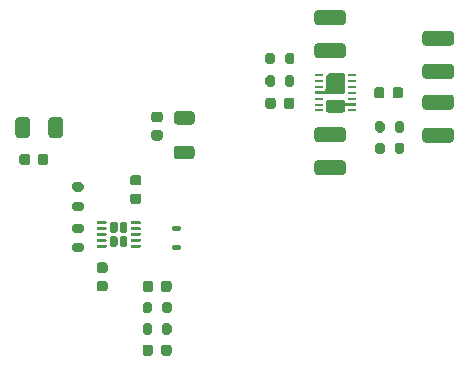
<source format=gbr>
G04 #@! TF.GenerationSoftware,KiCad,Pcbnew,(5.1.9)-1*
G04 #@! TF.CreationDate,2021-03-04T00:04:56+01:00*
G04 #@! TF.ProjectId,PDH_photodiode,5044485f-7068-46f7-946f-64696f64652e,1.1*
G04 #@! TF.SameCoordinates,Original*
G04 #@! TF.FileFunction,Paste,Top*
G04 #@! TF.FilePolarity,Positive*
%FSLAX45Y45*%
G04 Gerber Fmt 4.5, Leading zero omitted, Abs format (unit mm)*
G04 Created by KiCad (PCBNEW (5.1.9)-1) date 2021-03-04 00:04:56*
%MOMM*%
%LPD*%
G01*
G04 APERTURE LIST*
%ADD10C,0.100000*%
%ADD11R,0.700000X0.250000*%
G04 APERTURE END LIST*
D10*
G36*
X13932500Y-6557030D02*
G01*
X13933727Y-6557030D01*
X13936168Y-6557271D01*
X13938574Y-6557749D01*
X13940922Y-6558461D01*
X13943189Y-6559400D01*
X13945353Y-6560557D01*
X13947392Y-6561920D01*
X13949289Y-6563476D01*
X13951024Y-6565211D01*
X13952580Y-6567107D01*
X13953943Y-6569147D01*
X13955100Y-6571311D01*
X13956039Y-6573578D01*
X13956751Y-6575925D01*
X13957229Y-6578332D01*
X13957470Y-6580773D01*
X13957470Y-6582000D01*
X13957500Y-6582000D01*
X13957500Y-6710000D01*
X13957470Y-6710000D01*
X13957470Y-6711227D01*
X13957229Y-6713668D01*
X13956751Y-6716074D01*
X13956039Y-6718422D01*
X13955100Y-6720689D01*
X13953943Y-6722853D01*
X13952580Y-6724892D01*
X13951024Y-6726789D01*
X13949289Y-6728524D01*
X13947392Y-6730080D01*
X13945353Y-6731443D01*
X13943189Y-6732600D01*
X13940922Y-6733539D01*
X13938574Y-6734251D01*
X13936168Y-6734729D01*
X13933727Y-6734970D01*
X13932500Y-6734970D01*
X13932500Y-6735000D01*
X13797000Y-6735000D01*
X13787000Y-6737500D01*
X13700000Y-6737500D01*
X13700000Y-6712500D01*
X13767450Y-6712500D01*
X13767451Y-6712490D01*
X13767454Y-6712481D01*
X13767458Y-6712472D01*
X13767465Y-6712465D01*
X13767472Y-6712458D01*
X13767481Y-6712454D01*
X13767495Y-6712450D01*
X13772490Y-6711951D01*
X13777280Y-6710454D01*
X13781472Y-6708158D01*
X13785264Y-6705065D01*
X13788358Y-6701173D01*
X13790554Y-6697081D01*
X13791951Y-6692390D01*
X13792450Y-6687495D01*
X13792452Y-6687485D01*
X13792456Y-6687476D01*
X13792461Y-6687468D01*
X13792468Y-6687461D01*
X13792477Y-6687456D01*
X13792486Y-6687452D01*
X13792495Y-6687450D01*
X13792500Y-6687450D01*
X13792500Y-6582000D01*
X13817500Y-6557000D01*
X13932500Y-6557000D01*
X13932500Y-6557030D01*
G37*
G36*
X13932500Y-6786030D02*
G01*
X13933727Y-6786030D01*
X13936168Y-6786271D01*
X13938574Y-6786749D01*
X13940922Y-6787461D01*
X13943189Y-6788400D01*
X13945353Y-6789557D01*
X13947392Y-6790920D01*
X13949289Y-6792476D01*
X13951024Y-6794211D01*
X13952580Y-6796107D01*
X13953943Y-6798147D01*
X13955100Y-6800311D01*
X13956039Y-6802578D01*
X13956751Y-6804925D01*
X13957229Y-6807332D01*
X13957470Y-6809773D01*
X13957470Y-6811000D01*
X13957500Y-6811000D01*
X13957500Y-6812500D01*
X14050000Y-6812500D01*
X14050000Y-6837500D01*
X13957500Y-6837500D01*
X13957500Y-6868000D01*
X13957470Y-6868000D01*
X13957470Y-6869227D01*
X13957229Y-6871668D01*
X13956751Y-6874074D01*
X13956039Y-6876422D01*
X13955100Y-6878689D01*
X13953943Y-6880853D01*
X13952580Y-6882892D01*
X13951024Y-6884789D01*
X13949289Y-6886524D01*
X13947392Y-6888080D01*
X13945353Y-6889443D01*
X13943189Y-6890600D01*
X13940922Y-6891539D01*
X13938574Y-6892251D01*
X13936168Y-6892729D01*
X13933727Y-6892970D01*
X13932500Y-6892970D01*
X13932500Y-6893000D01*
X13817500Y-6893000D01*
X13817500Y-6892970D01*
X13816273Y-6892970D01*
X13813832Y-6892729D01*
X13811425Y-6892251D01*
X13809078Y-6891539D01*
X13806811Y-6890600D01*
X13804647Y-6889443D01*
X13802607Y-6888080D01*
X13800711Y-6886524D01*
X13798976Y-6884789D01*
X13797420Y-6882892D01*
X13796057Y-6880853D01*
X13794900Y-6878689D01*
X13793961Y-6876422D01*
X13793249Y-6874074D01*
X13792771Y-6871668D01*
X13792530Y-6869227D01*
X13792530Y-6868000D01*
X13792500Y-6868000D01*
X13792500Y-6811000D01*
X13792530Y-6811000D01*
X13792530Y-6809773D01*
X13792771Y-6807332D01*
X13793249Y-6804925D01*
X13793961Y-6802578D01*
X13794900Y-6800311D01*
X13796057Y-6798147D01*
X13797420Y-6796107D01*
X13798976Y-6794211D01*
X13800711Y-6792476D01*
X13802607Y-6790920D01*
X13804647Y-6789557D01*
X13806811Y-6788400D01*
X13809078Y-6787461D01*
X13811425Y-6786749D01*
X13813832Y-6786271D01*
X13816273Y-6786030D01*
X13817500Y-6786030D01*
X13817500Y-6786000D01*
X13932500Y-6786000D01*
X13932500Y-6786030D01*
G37*
D11*
X13735000Y-6575000D03*
X13735000Y-6625000D03*
X13735000Y-6675000D03*
X13735000Y-6775000D03*
X13735000Y-6825000D03*
X13735000Y-6875000D03*
X14015000Y-6875000D03*
X14015000Y-6775000D03*
X14015000Y-6725000D03*
X14015000Y-6675000D03*
X14015000Y-6625000D03*
X14015000Y-6575000D03*
G36*
G01*
X14360000Y-6750625D02*
X14360000Y-6699375D01*
G75*
G02*
X14381875Y-6677500I21875J0D01*
G01*
X14425625Y-6677500D01*
G75*
G02*
X14447500Y-6699375I0J-21875D01*
G01*
X14447500Y-6750625D01*
G75*
G02*
X14425625Y-6772500I-21875J0D01*
G01*
X14381875Y-6772500D01*
G75*
G02*
X14360000Y-6750625I0J21875D01*
G01*
G37*
G36*
G01*
X14202500Y-6750625D02*
X14202500Y-6699375D01*
G75*
G02*
X14224375Y-6677500I21875J0D01*
G01*
X14268125Y-6677500D01*
G75*
G02*
X14290000Y-6699375I0J-21875D01*
G01*
X14290000Y-6750625D01*
G75*
G02*
X14268125Y-6772500I-21875J0D01*
G01*
X14224375Y-6772500D01*
G75*
G02*
X14202500Y-6750625I0J21875D01*
G01*
G37*
G36*
G01*
X14637500Y-7022500D02*
X14852500Y-7022500D01*
G75*
G02*
X14877500Y-7047500I0J-25000D01*
G01*
X14877500Y-7122500D01*
G75*
G02*
X14852500Y-7147500I-25000J0D01*
G01*
X14637500Y-7147500D01*
G75*
G02*
X14612500Y-7122500I0J25000D01*
G01*
X14612500Y-7047500D01*
G75*
G02*
X14637500Y-7022500I25000J0D01*
G01*
G37*
G36*
G01*
X14637500Y-6742500D02*
X14852500Y-6742500D01*
G75*
G02*
X14877500Y-6767500I0J-25000D01*
G01*
X14877500Y-6842500D01*
G75*
G02*
X14852500Y-6867500I-25000J0D01*
G01*
X14637500Y-6867500D01*
G75*
G02*
X14612500Y-6842500I0J25000D01*
G01*
X14612500Y-6767500D01*
G75*
G02*
X14637500Y-6742500I25000J0D01*
G01*
G37*
G36*
G01*
X14637500Y-6202500D02*
X14852500Y-6202500D01*
G75*
G02*
X14877500Y-6227500I0J-25000D01*
G01*
X14877500Y-6302500D01*
G75*
G02*
X14852500Y-6327500I-25000J0D01*
G01*
X14637500Y-6327500D01*
G75*
G02*
X14612500Y-6302500I0J25000D01*
G01*
X14612500Y-6227500D01*
G75*
G02*
X14637500Y-6202500I25000J0D01*
G01*
G37*
G36*
G01*
X14637500Y-6482500D02*
X14852500Y-6482500D01*
G75*
G02*
X14877500Y-6507500I0J-25000D01*
G01*
X14877500Y-6582500D01*
G75*
G02*
X14852500Y-6607500I-25000J0D01*
G01*
X14637500Y-6607500D01*
G75*
G02*
X14612500Y-6582500I0J25000D01*
G01*
X14612500Y-6507500D01*
G75*
G02*
X14637500Y-6482500I25000J0D01*
G01*
G37*
G36*
G01*
X13282500Y-6840625D02*
X13282500Y-6789375D01*
G75*
G02*
X13304375Y-6767500I21875J0D01*
G01*
X13348125Y-6767500D01*
G75*
G02*
X13370000Y-6789375I0J-21875D01*
G01*
X13370000Y-6840625D01*
G75*
G02*
X13348125Y-6862500I-21875J0D01*
G01*
X13304375Y-6862500D01*
G75*
G02*
X13282500Y-6840625I0J21875D01*
G01*
G37*
G36*
G01*
X13440000Y-6840625D02*
X13440000Y-6789375D01*
G75*
G02*
X13461875Y-6767500I21875J0D01*
G01*
X13505625Y-6767500D01*
G75*
G02*
X13527500Y-6789375I0J-21875D01*
G01*
X13527500Y-6840625D01*
G75*
G02*
X13505625Y-6862500I-21875J0D01*
G01*
X13461875Y-6862500D01*
G75*
G02*
X13440000Y-6840625I0J21875D01*
G01*
G37*
G36*
G01*
X13937500Y-6152500D02*
X13722500Y-6152500D01*
G75*
G02*
X13697500Y-6127500I0J25000D01*
G01*
X13697500Y-6052500D01*
G75*
G02*
X13722500Y-6027500I25000J0D01*
G01*
X13937500Y-6027500D01*
G75*
G02*
X13962500Y-6052500I0J-25000D01*
G01*
X13962500Y-6127500D01*
G75*
G02*
X13937500Y-6152500I-25000J0D01*
G01*
G37*
G36*
G01*
X13937500Y-6432500D02*
X13722500Y-6432500D01*
G75*
G02*
X13697500Y-6407500I0J25000D01*
G01*
X13697500Y-6332500D01*
G75*
G02*
X13722500Y-6307500I25000J0D01*
G01*
X13937500Y-6307500D01*
G75*
G02*
X13962500Y-6332500I0J-25000D01*
G01*
X13962500Y-6407500D01*
G75*
G02*
X13937500Y-6432500I-25000J0D01*
G01*
G37*
G36*
G01*
X13937500Y-7422500D02*
X13722500Y-7422500D01*
G75*
G02*
X13697500Y-7397500I0J25000D01*
G01*
X13697500Y-7322500D01*
G75*
G02*
X13722500Y-7297500I25000J0D01*
G01*
X13937500Y-7297500D01*
G75*
G02*
X13962500Y-7322500I0J-25000D01*
G01*
X13962500Y-7397500D01*
G75*
G02*
X13937500Y-7422500I-25000J0D01*
G01*
G37*
G36*
G01*
X13937500Y-7142500D02*
X13722500Y-7142500D01*
G75*
G02*
X13697500Y-7117500I0J25000D01*
G01*
X13697500Y-7042500D01*
G75*
G02*
X13722500Y-7017500I25000J0D01*
G01*
X13937500Y-7017500D01*
G75*
G02*
X13962500Y-7042500I0J-25000D01*
G01*
X13962500Y-7117500D01*
G75*
G02*
X13937500Y-7142500I-25000J0D01*
G01*
G37*
G36*
G01*
X12242500Y-8930625D02*
X12242500Y-8879375D01*
G75*
G02*
X12264375Y-8857500I21875J0D01*
G01*
X12308125Y-8857500D01*
G75*
G02*
X12330000Y-8879375I0J-21875D01*
G01*
X12330000Y-8930625D01*
G75*
G02*
X12308125Y-8952500I-21875J0D01*
G01*
X12264375Y-8952500D01*
G75*
G02*
X12242500Y-8930625I0J21875D01*
G01*
G37*
G36*
G01*
X12400000Y-8930625D02*
X12400000Y-8879375D01*
G75*
G02*
X12421875Y-8857500I21875J0D01*
G01*
X12465625Y-8857500D01*
G75*
G02*
X12487500Y-8879375I0J-21875D01*
G01*
X12487500Y-8930625D01*
G75*
G02*
X12465625Y-8952500I-21875J0D01*
G01*
X12421875Y-8952500D01*
G75*
G02*
X12400000Y-8930625I0J21875D01*
G01*
G37*
G36*
G01*
X12159375Y-7422500D02*
X12210625Y-7422500D01*
G75*
G02*
X12232500Y-7444375I0J-21875D01*
G01*
X12232500Y-7488125D01*
G75*
G02*
X12210625Y-7510000I-21875J0D01*
G01*
X12159375Y-7510000D01*
G75*
G02*
X12137500Y-7488125I0J21875D01*
G01*
X12137500Y-7444375D01*
G75*
G02*
X12159375Y-7422500I21875J0D01*
G01*
G37*
G36*
G01*
X12159375Y-7580000D02*
X12210625Y-7580000D01*
G75*
G02*
X12232500Y-7601875I0J-21875D01*
G01*
X12232500Y-7645625D01*
G75*
G02*
X12210625Y-7667500I-21875J0D01*
G01*
X12159375Y-7667500D01*
G75*
G02*
X12137500Y-7645625I0J21875D01*
G01*
X12137500Y-7601875D01*
G75*
G02*
X12159375Y-7580000I21875J0D01*
G01*
G37*
G36*
G01*
X11925625Y-8250000D02*
X11874375Y-8250000D01*
G75*
G02*
X11852500Y-8228125I0J21875D01*
G01*
X11852500Y-8184375D01*
G75*
G02*
X11874375Y-8162500I21875J0D01*
G01*
X11925625Y-8162500D01*
G75*
G02*
X11947500Y-8184375I0J-21875D01*
G01*
X11947500Y-8228125D01*
G75*
G02*
X11925625Y-8250000I-21875J0D01*
G01*
G37*
G36*
G01*
X11925625Y-8407500D02*
X11874375Y-8407500D01*
G75*
G02*
X11852500Y-8385625I0J21875D01*
G01*
X11852500Y-8341875D01*
G75*
G02*
X11874375Y-8320000I21875J0D01*
G01*
X11925625Y-8320000D01*
G75*
G02*
X11947500Y-8341875I0J-21875D01*
G01*
X11947500Y-8385625D01*
G75*
G02*
X11925625Y-8407500I-21875J0D01*
G01*
G37*
G36*
G01*
X11165000Y-7082500D02*
X11165000Y-6957500D01*
G75*
G02*
X11190000Y-6932500I25000J0D01*
G01*
X11265000Y-6932500D01*
G75*
G02*
X11290000Y-6957500I0J-25000D01*
G01*
X11290000Y-7082500D01*
G75*
G02*
X11265000Y-7107500I-25000J0D01*
G01*
X11190000Y-7107500D01*
G75*
G02*
X11165000Y-7082500I0J25000D01*
G01*
G37*
G36*
G01*
X11445000Y-7082500D02*
X11445000Y-6957500D01*
G75*
G02*
X11470000Y-6932500I25000J0D01*
G01*
X11545000Y-6932500D01*
G75*
G02*
X11570000Y-6957500I0J-25000D01*
G01*
X11570000Y-7082500D01*
G75*
G02*
X11545000Y-7107500I-25000J0D01*
G01*
X11470000Y-7107500D01*
G75*
G02*
X11445000Y-7082500I0J25000D01*
G01*
G37*
G36*
G01*
X11200000Y-7315000D02*
X11200000Y-7265000D01*
G75*
G02*
X11222500Y-7242500I22500J0D01*
G01*
X11267500Y-7242500D01*
G75*
G02*
X11290000Y-7265000I0J-22500D01*
G01*
X11290000Y-7315000D01*
G75*
G02*
X11267500Y-7337500I-22500J0D01*
G01*
X11222500Y-7337500D01*
G75*
G02*
X11200000Y-7315000I0J22500D01*
G01*
G37*
G36*
G01*
X11355000Y-7315000D02*
X11355000Y-7265000D01*
G75*
G02*
X11377500Y-7242500I22500J0D01*
G01*
X11422500Y-7242500D01*
G75*
G02*
X11445000Y-7265000I0J-22500D01*
G01*
X11445000Y-7315000D01*
G75*
G02*
X11422500Y-7337500I-22500J0D01*
G01*
X11377500Y-7337500D01*
G75*
G02*
X11355000Y-7315000I0J22500D01*
G01*
G37*
G36*
G01*
X12340000Y-7040000D02*
X12390000Y-7040000D01*
G75*
G02*
X12412500Y-7062500I0J-22500D01*
G01*
X12412500Y-7107500D01*
G75*
G02*
X12390000Y-7130000I-22500J0D01*
G01*
X12340000Y-7130000D01*
G75*
G02*
X12317500Y-7107500I0J22500D01*
G01*
X12317500Y-7062500D01*
G75*
G02*
X12340000Y-7040000I22500J0D01*
G01*
G37*
G36*
G01*
X12340000Y-6885000D02*
X12390000Y-6885000D01*
G75*
G02*
X12412500Y-6907500I0J-22500D01*
G01*
X12412500Y-6952500D01*
G75*
G02*
X12390000Y-6975000I-22500J0D01*
G01*
X12340000Y-6975000D01*
G75*
G02*
X12317500Y-6952500I0J22500D01*
G01*
X12317500Y-6907500D01*
G75*
G02*
X12340000Y-6885000I22500J0D01*
G01*
G37*
G36*
G01*
X12407500Y-8572500D02*
X12407500Y-8517500D01*
G75*
G02*
X12427500Y-8497500I20000J0D01*
G01*
X12467500Y-8497500D01*
G75*
G02*
X12487500Y-8517500I0J-20000D01*
G01*
X12487500Y-8572500D01*
G75*
G02*
X12467500Y-8592500I-20000J0D01*
G01*
X12427500Y-8592500D01*
G75*
G02*
X12407500Y-8572500I0J20000D01*
G01*
G37*
G36*
G01*
X12242500Y-8572500D02*
X12242500Y-8517500D01*
G75*
G02*
X12262500Y-8497500I20000J0D01*
G01*
X12302500Y-8497500D01*
G75*
G02*
X12322500Y-8517500I0J-20000D01*
G01*
X12322500Y-8572500D01*
G75*
G02*
X12302500Y-8592500I-20000J0D01*
G01*
X12262500Y-8592500D01*
G75*
G02*
X12242500Y-8572500I0J20000D01*
G01*
G37*
G36*
G01*
X13362500Y-6407500D02*
X13362500Y-6462500D01*
G75*
G02*
X13342500Y-6482500I-20000J0D01*
G01*
X13302500Y-6482500D01*
G75*
G02*
X13282500Y-6462500I0J20000D01*
G01*
X13282500Y-6407500D01*
G75*
G02*
X13302500Y-6387500I20000J0D01*
G01*
X13342500Y-6387500D01*
G75*
G02*
X13362500Y-6407500I0J-20000D01*
G01*
G37*
G36*
G01*
X13527500Y-6407500D02*
X13527500Y-6462500D01*
G75*
G02*
X13507500Y-6482500I-20000J0D01*
G01*
X13467500Y-6482500D01*
G75*
G02*
X13447500Y-6462500I0J20000D01*
G01*
X13447500Y-6407500D01*
G75*
G02*
X13467500Y-6387500I20000J0D01*
G01*
X13507500Y-6387500D01*
G75*
G02*
X13527500Y-6407500I0J-20000D01*
G01*
G37*
G36*
G01*
X13527500Y-6597500D02*
X13527500Y-6652500D01*
G75*
G02*
X13507500Y-6672500I-20000J0D01*
G01*
X13467500Y-6672500D01*
G75*
G02*
X13447500Y-6652500I0J20000D01*
G01*
X13447500Y-6597500D01*
G75*
G02*
X13467500Y-6577500I20000J0D01*
G01*
X13507500Y-6577500D01*
G75*
G02*
X13527500Y-6597500I0J-20000D01*
G01*
G37*
G36*
G01*
X13362500Y-6597500D02*
X13362500Y-6652500D01*
G75*
G02*
X13342500Y-6672500I-20000J0D01*
G01*
X13302500Y-6672500D01*
G75*
G02*
X13282500Y-6652500I0J20000D01*
G01*
X13282500Y-6597500D01*
G75*
G02*
X13302500Y-6577500I20000J0D01*
G01*
X13342500Y-6577500D01*
G75*
G02*
X13362500Y-6597500I0J-20000D01*
G01*
G37*
G36*
G01*
X14457500Y-6987500D02*
X14457500Y-7042500D01*
G75*
G02*
X14437500Y-7062500I-20000J0D01*
G01*
X14397500Y-7062500D01*
G75*
G02*
X14377500Y-7042500I0J20000D01*
G01*
X14377500Y-6987500D01*
G75*
G02*
X14397500Y-6967500I20000J0D01*
G01*
X14437500Y-6967500D01*
G75*
G02*
X14457500Y-6987500I0J-20000D01*
G01*
G37*
G36*
G01*
X14292500Y-6987500D02*
X14292500Y-7042500D01*
G75*
G02*
X14272500Y-7062500I-20000J0D01*
G01*
X14232500Y-7062500D01*
G75*
G02*
X14212500Y-7042500I0J20000D01*
G01*
X14212500Y-6987500D01*
G75*
G02*
X14232500Y-6967500I20000J0D01*
G01*
X14272500Y-6967500D01*
G75*
G02*
X14292500Y-6987500I0J-20000D01*
G01*
G37*
G36*
G01*
X14292500Y-7167500D02*
X14292500Y-7222500D01*
G75*
G02*
X14272500Y-7242500I-20000J0D01*
G01*
X14232500Y-7242500D01*
G75*
G02*
X14212500Y-7222500I0J20000D01*
G01*
X14212500Y-7167500D01*
G75*
G02*
X14232500Y-7147500I20000J0D01*
G01*
X14272500Y-7147500D01*
G75*
G02*
X14292500Y-7167500I0J-20000D01*
G01*
G37*
G36*
G01*
X14457500Y-7167500D02*
X14457500Y-7222500D01*
G75*
G02*
X14437500Y-7242500I-20000J0D01*
G01*
X14397500Y-7242500D01*
G75*
G02*
X14377500Y-7222500I0J20000D01*
G01*
X14377500Y-7167500D01*
G75*
G02*
X14397500Y-7147500I20000J0D01*
G01*
X14437500Y-7147500D01*
G75*
G02*
X14457500Y-7167500I0J-20000D01*
G01*
G37*
G36*
G01*
X12487500Y-8697500D02*
X12487500Y-8752500D01*
G75*
G02*
X12467500Y-8772500I-20000J0D01*
G01*
X12427500Y-8772500D01*
G75*
G02*
X12407500Y-8752500I0J20000D01*
G01*
X12407500Y-8697500D01*
G75*
G02*
X12427500Y-8677500I20000J0D01*
G01*
X12467500Y-8677500D01*
G75*
G02*
X12487500Y-8697500I0J-20000D01*
G01*
G37*
G36*
G01*
X12322500Y-8697500D02*
X12322500Y-8752500D01*
G75*
G02*
X12302500Y-8772500I-20000J0D01*
G01*
X12262500Y-8772500D01*
G75*
G02*
X12242500Y-8752500I0J20000D01*
G01*
X12242500Y-8697500D01*
G75*
G02*
X12262500Y-8677500I20000J0D01*
G01*
X12302500Y-8677500D01*
G75*
G02*
X12322500Y-8697500I0J-20000D01*
G01*
G37*
G36*
G01*
X11667500Y-7482500D02*
X11722500Y-7482500D01*
G75*
G02*
X11742500Y-7502500I0J-20000D01*
G01*
X11742500Y-7542500D01*
G75*
G02*
X11722500Y-7562500I-20000J0D01*
G01*
X11667500Y-7562500D01*
G75*
G02*
X11647500Y-7542500I0J20000D01*
G01*
X11647500Y-7502500D01*
G75*
G02*
X11667500Y-7482500I20000J0D01*
G01*
G37*
G36*
G01*
X11667500Y-7647500D02*
X11722500Y-7647500D01*
G75*
G02*
X11742500Y-7667500I0J-20000D01*
G01*
X11742500Y-7707500D01*
G75*
G02*
X11722500Y-7727500I-20000J0D01*
G01*
X11667500Y-7727500D01*
G75*
G02*
X11647500Y-7707500I0J20000D01*
G01*
X11647500Y-7667500D01*
G75*
G02*
X11667500Y-7647500I20000J0D01*
G01*
G37*
G36*
G01*
X11667500Y-7997500D02*
X11722500Y-7997500D01*
G75*
G02*
X11742500Y-8017500I0J-20000D01*
G01*
X11742500Y-8057500D01*
G75*
G02*
X11722500Y-8077500I-20000J0D01*
G01*
X11667500Y-8077500D01*
G75*
G02*
X11647500Y-8057500I0J20000D01*
G01*
X11647500Y-8017500D01*
G75*
G02*
X11667500Y-7997500I20000J0D01*
G01*
G37*
G36*
G01*
X11667500Y-7832500D02*
X11722500Y-7832500D01*
G75*
G02*
X11742500Y-7852500I0J-20000D01*
G01*
X11742500Y-7892500D01*
G75*
G02*
X11722500Y-7912500I-20000J0D01*
G01*
X11667500Y-7912500D01*
G75*
G02*
X11647500Y-7892500I0J20000D01*
G01*
X11647500Y-7852500D01*
G75*
G02*
X11667500Y-7832500I20000J0D01*
G01*
G37*
G36*
G01*
X12532500Y-6882500D02*
X12657500Y-6882500D01*
G75*
G02*
X12682500Y-6907500I0J-25000D01*
G01*
X12682500Y-6970000D01*
G75*
G02*
X12657500Y-6995000I-25000J0D01*
G01*
X12532500Y-6995000D01*
G75*
G02*
X12507500Y-6970000I0J25000D01*
G01*
X12507500Y-6907500D01*
G75*
G02*
X12532500Y-6882500I25000J0D01*
G01*
G37*
G36*
G01*
X12532500Y-7175000D02*
X12657500Y-7175000D01*
G75*
G02*
X12682500Y-7200000I0J-25000D01*
G01*
X12682500Y-7262500D01*
G75*
G02*
X12657500Y-7287500I-25000J0D01*
G01*
X12532500Y-7287500D01*
G75*
G02*
X12507500Y-7262500I0J25000D01*
G01*
X12507500Y-7200000D01*
G75*
G02*
X12532500Y-7175000I25000J0D01*
G01*
G37*
G36*
G01*
X12227500Y-8018750D02*
X12227500Y-8031250D01*
G75*
G02*
X12221250Y-8037500I-6250J0D01*
G01*
X12148750Y-8037500D01*
G75*
G02*
X12142500Y-8031250I0J6250D01*
G01*
X12142500Y-8018750D01*
G75*
G02*
X12148750Y-8012500I6250J0D01*
G01*
X12221250Y-8012500D01*
G75*
G02*
X12227500Y-8018750I0J-6250D01*
G01*
G37*
G36*
G01*
X12227500Y-7968750D02*
X12227500Y-7981250D01*
G75*
G02*
X12221250Y-7987500I-6250J0D01*
G01*
X12148750Y-7987500D01*
G75*
G02*
X12142500Y-7981250I0J6250D01*
G01*
X12142500Y-7968750D01*
G75*
G02*
X12148750Y-7962500I6250J0D01*
G01*
X12221250Y-7962500D01*
G75*
G02*
X12227500Y-7968750I0J-6250D01*
G01*
G37*
G36*
G01*
X12227500Y-7918750D02*
X12227500Y-7931250D01*
G75*
G02*
X12221250Y-7937500I-6250J0D01*
G01*
X12148750Y-7937500D01*
G75*
G02*
X12142500Y-7931250I0J6250D01*
G01*
X12142500Y-7918750D01*
G75*
G02*
X12148750Y-7912500I6250J0D01*
G01*
X12221250Y-7912500D01*
G75*
G02*
X12227500Y-7918750I0J-6250D01*
G01*
G37*
G36*
G01*
X12227500Y-7868750D02*
X12227500Y-7881250D01*
G75*
G02*
X12221250Y-7887500I-6250J0D01*
G01*
X12148750Y-7887500D01*
G75*
G02*
X12142500Y-7881250I0J6250D01*
G01*
X12142500Y-7868750D01*
G75*
G02*
X12148750Y-7862500I6250J0D01*
G01*
X12221250Y-7862500D01*
G75*
G02*
X12227500Y-7868750I0J-6250D01*
G01*
G37*
G36*
G01*
X12227500Y-7818750D02*
X12227500Y-7831250D01*
G75*
G02*
X12221250Y-7837500I-6250J0D01*
G01*
X12148750Y-7837500D01*
G75*
G02*
X12142500Y-7831250I0J6250D01*
G01*
X12142500Y-7818750D01*
G75*
G02*
X12148750Y-7812500I6250J0D01*
G01*
X12221250Y-7812500D01*
G75*
G02*
X12227500Y-7818750I0J-6250D01*
G01*
G37*
G36*
G01*
X11937500Y-7818750D02*
X11937500Y-7831250D01*
G75*
G02*
X11931250Y-7837500I-6250J0D01*
G01*
X11858750Y-7837500D01*
G75*
G02*
X11852500Y-7831250I0J6250D01*
G01*
X11852500Y-7818750D01*
G75*
G02*
X11858750Y-7812500I6250J0D01*
G01*
X11931250Y-7812500D01*
G75*
G02*
X11937500Y-7818750I0J-6250D01*
G01*
G37*
G36*
G01*
X11937500Y-7868750D02*
X11937500Y-7881250D01*
G75*
G02*
X11931250Y-7887500I-6250J0D01*
G01*
X11858750Y-7887500D01*
G75*
G02*
X11852500Y-7881250I0J6250D01*
G01*
X11852500Y-7868750D01*
G75*
G02*
X11858750Y-7862500I6250J0D01*
G01*
X11931250Y-7862500D01*
G75*
G02*
X11937500Y-7868750I0J-6250D01*
G01*
G37*
G36*
G01*
X11937500Y-7918750D02*
X11937500Y-7931250D01*
G75*
G02*
X11931250Y-7937500I-6250J0D01*
G01*
X11858750Y-7937500D01*
G75*
G02*
X11852500Y-7931250I0J6250D01*
G01*
X11852500Y-7918750D01*
G75*
G02*
X11858750Y-7912500I6250J0D01*
G01*
X11931250Y-7912500D01*
G75*
G02*
X11937500Y-7918750I0J-6250D01*
G01*
G37*
G36*
G01*
X11937500Y-7968750D02*
X11937500Y-7981250D01*
G75*
G02*
X11931250Y-7987500I-6250J0D01*
G01*
X11858750Y-7987500D01*
G75*
G02*
X11852500Y-7981250I0J6250D01*
G01*
X11852500Y-7968750D01*
G75*
G02*
X11858750Y-7962500I6250J0D01*
G01*
X11931250Y-7962500D01*
G75*
G02*
X11937500Y-7968750I0J-6250D01*
G01*
G37*
G36*
G01*
X11937500Y-8018750D02*
X11937500Y-8031250D01*
G75*
G02*
X11931250Y-8037500I-6250J0D01*
G01*
X11858750Y-8037500D01*
G75*
G02*
X11852500Y-8031250I0J6250D01*
G01*
X11852500Y-8018750D01*
G75*
G02*
X11858750Y-8012500I6250J0D01*
G01*
X11931250Y-8012500D01*
G75*
G02*
X11937500Y-8018750I0J-6250D01*
G01*
G37*
G36*
G01*
X12114500Y-7953250D02*
X12114500Y-8015750D01*
G75*
G02*
X12097750Y-8032500I-16750J0D01*
G01*
X12064250Y-8032500D01*
G75*
G02*
X12047500Y-8015750I0J16750D01*
G01*
X12047500Y-7953250D01*
G75*
G02*
X12064250Y-7936500I16750J0D01*
G01*
X12097750Y-7936500D01*
G75*
G02*
X12114500Y-7953250I0J-16750D01*
G01*
G37*
G36*
G01*
X12114500Y-7834250D02*
X12114500Y-7896750D01*
G75*
G02*
X12097750Y-7913500I-16750J0D01*
G01*
X12064250Y-7913500D01*
G75*
G02*
X12047500Y-7896750I0J16750D01*
G01*
X12047500Y-7834250D01*
G75*
G02*
X12064250Y-7817500I16750J0D01*
G01*
X12097750Y-7817500D01*
G75*
G02*
X12114500Y-7834250I0J-16750D01*
G01*
G37*
G36*
G01*
X12032500Y-7953250D02*
X12032500Y-8015750D01*
G75*
G02*
X12015750Y-8032500I-16750J0D01*
G01*
X11982250Y-8032500D01*
G75*
G02*
X11965500Y-8015750I0J16750D01*
G01*
X11965500Y-7953250D01*
G75*
G02*
X11982250Y-7936500I16750J0D01*
G01*
X12015750Y-7936500D01*
G75*
G02*
X12032500Y-7953250I0J-16750D01*
G01*
G37*
G36*
G01*
X12032500Y-7834250D02*
X12032500Y-7896750D01*
G75*
G02*
X12015750Y-7913500I-16750J0D01*
G01*
X11982250Y-7913500D01*
G75*
G02*
X11965500Y-7896750I0J16750D01*
G01*
X11965500Y-7834250D01*
G75*
G02*
X11982250Y-7817500I16750J0D01*
G01*
X12015750Y-7817500D01*
G75*
G02*
X12032500Y-7834250I0J-16750D01*
G01*
G37*
G36*
G01*
X12487500Y-8340000D02*
X12487500Y-8390000D01*
G75*
G02*
X12465000Y-8412500I-22500J0D01*
G01*
X12420000Y-8412500D01*
G75*
G02*
X12397500Y-8390000I0J22500D01*
G01*
X12397500Y-8340000D01*
G75*
G02*
X12420000Y-8317500I22500J0D01*
G01*
X12465000Y-8317500D01*
G75*
G02*
X12487500Y-8340000I0J-22500D01*
G01*
G37*
G36*
G01*
X12332500Y-8340000D02*
X12332500Y-8390000D01*
G75*
G02*
X12310000Y-8412500I-22500J0D01*
G01*
X12265000Y-8412500D01*
G75*
G02*
X12242500Y-8390000I0J22500D01*
G01*
X12242500Y-8340000D01*
G75*
G02*
X12265000Y-8317500I22500J0D01*
G01*
X12310000Y-8317500D01*
G75*
G02*
X12332500Y-8340000I0J-22500D01*
G01*
G37*
G36*
G01*
X12560000Y-8055000D02*
X12500000Y-8055000D01*
G75*
G02*
X12490000Y-8045000I0J10000D01*
G01*
X12490000Y-8025000D01*
G75*
G02*
X12500000Y-8015000I10000J0D01*
G01*
X12560000Y-8015000D01*
G75*
G02*
X12570000Y-8025000I0J-10000D01*
G01*
X12570000Y-8045000D01*
G75*
G02*
X12560000Y-8055000I-10000J0D01*
G01*
G37*
G36*
G01*
X12560000Y-7895000D02*
X12500000Y-7895000D01*
G75*
G02*
X12490000Y-7885000I0J10000D01*
G01*
X12490000Y-7865000D01*
G75*
G02*
X12500000Y-7855000I10000J0D01*
G01*
X12560000Y-7855000D01*
G75*
G02*
X12570000Y-7865000I0J-10000D01*
G01*
X12570000Y-7885000D01*
G75*
G02*
X12560000Y-7895000I-10000J0D01*
G01*
G37*
M02*

</source>
